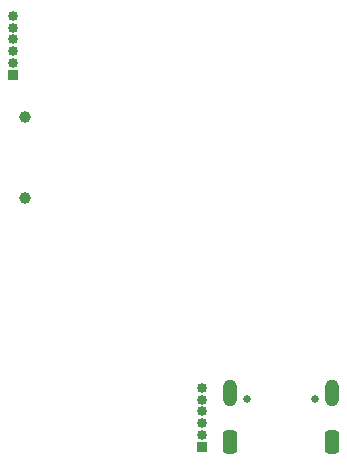
<source format=gbr>
%TF.GenerationSoftware,KiCad,Pcbnew,8.0.1*%
%TF.CreationDate,2024-04-06T15:46:49-07:00*%
%TF.ProjectId,Hardware,48617264-7761-4726-952e-6b696361645f,rev?*%
%TF.SameCoordinates,Original*%
%TF.FileFunction,Soldermask,Bot*%
%TF.FilePolarity,Negative*%
%FSLAX46Y46*%
G04 Gerber Fmt 4.6, Leading zero omitted, Abs format (unit mm)*
G04 Created by KiCad (PCBNEW 8.0.1) date 2024-04-06 15:46:49*
%MOMM*%
%LPD*%
G01*
G04 APERTURE LIST*
G04 Aperture macros list*
%AMRoundRect*
0 Rectangle with rounded corners*
0 $1 Rounding radius*
0 $2 $3 $4 $5 $6 $7 $8 $9 X,Y pos of 4 corners*
0 Add a 4 corners polygon primitive as box body*
4,1,4,$2,$3,$4,$5,$6,$7,$8,$9,$2,$3,0*
0 Add four circle primitives for the rounded corners*
1,1,$1+$1,$2,$3*
1,1,$1+$1,$4,$5*
1,1,$1+$1,$6,$7*
1,1,$1+$1,$8,$9*
0 Add four rect primitives between the rounded corners*
20,1,$1+$1,$2,$3,$4,$5,0*
20,1,$1+$1,$4,$5,$6,$7,0*
20,1,$1+$1,$6,$7,$8,$9,0*
20,1,$1+$1,$8,$9,$2,$3,0*%
G04 Aperture macros list end*
%ADD10R,0.850000X0.850000*%
%ADD11O,0.850000X0.850000*%
%ADD12C,1.000000*%
%ADD13C,0.650000*%
%ADD14O,1.204000X2.304000*%
%ADD15RoundRect,0.301000X-0.301000X-0.701000X0.301000X-0.701000X0.301000X0.701000X-0.301000X0.701000X0*%
G04 APERTURE END LIST*
D10*
%TO.C,J2*%
X103000000Y-61000000D03*
D11*
X103000000Y-60000000D03*
X103000000Y-59000000D03*
X103000000Y-58000000D03*
X103000000Y-57000000D03*
X103000000Y-56000000D03*
%TD*%
D12*
%TO.C,S1*%
X104000000Y-64600000D03*
X104000000Y-71400000D03*
%TD*%
D13*
%TO.C,J1*%
X122790000Y-88420000D03*
X128570000Y-88420000D03*
D14*
X121360000Y-87920000D03*
X130000000Y-87920000D03*
D15*
X121360000Y-92100000D03*
X130000000Y-92100000D03*
%TD*%
D10*
%TO.C,J3*%
X119000000Y-92500000D03*
D11*
X119000000Y-91500000D03*
X119000000Y-90500000D03*
X119000000Y-89500000D03*
X119000000Y-88500000D03*
X119000000Y-87500000D03*
%TD*%
M02*

</source>
